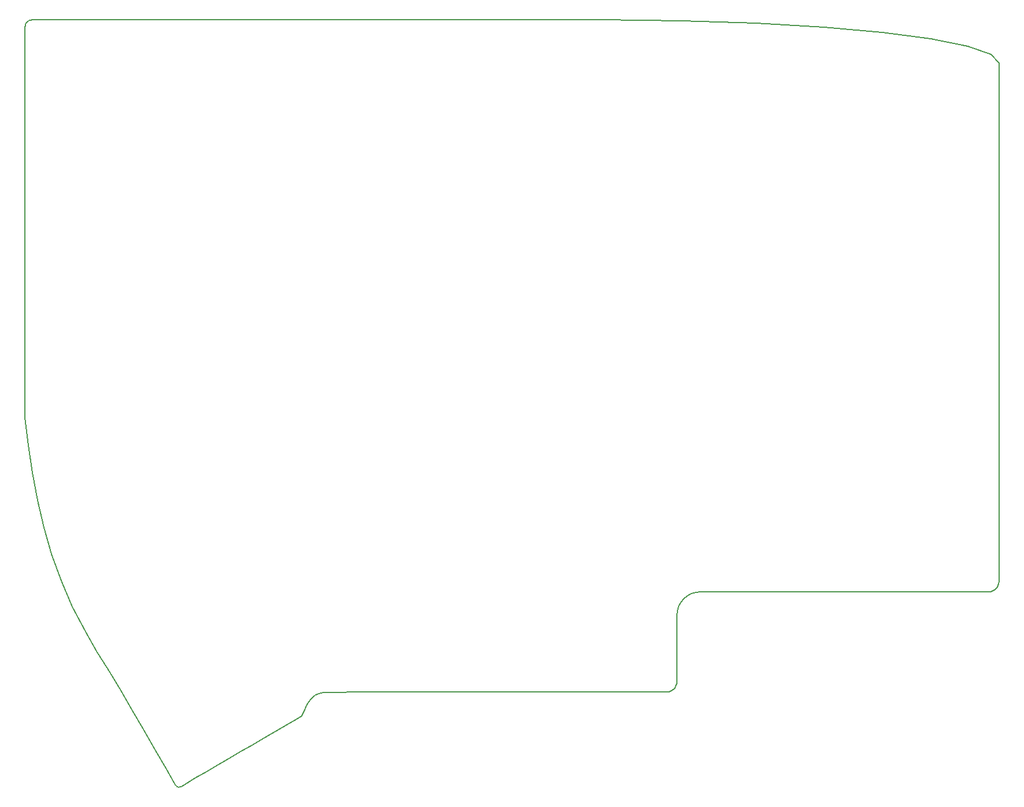
<source format=gm1>
G04 #@! TF.GenerationSoftware,KiCad,Pcbnew,7.0.9*
G04 #@! TF.CreationDate,2023-12-22T01:46:26-05:00*
G04 #@! TF.ProjectId,Lily58_Pro,4c696c79-3538-45f5-9072-6f2e6b696361,rev?*
G04 #@! TF.SameCoordinates,Original*
G04 #@! TF.FileFunction,Profile,NP*
%FSLAX46Y46*%
G04 Gerber Fmt 4.6, Leading zero omitted, Abs format (unit mm)*
G04 Created by KiCad (PCBNEW 7.0.9) date 2023-12-22 01:46:26*
%MOMM*%
%LPD*%
G01*
G04 APERTURE LIST*
G04 #@! TA.AperFunction,Profile*
%ADD10C,0.200000*%
G04 #@! TD*
G04 #@! TA.AperFunction,Profile*
%ADD11C,0.150000*%
G04 #@! TD*
G04 APERTURE END LIST*
D10*
X179861773Y-121387065D02*
X180456326Y-121064561D01*
X125619545Y-37086762D02*
X115211711Y-37086762D01*
X100262836Y-140931049D02*
X101964989Y-143887377D01*
X225460000Y-109808112D02*
X225460000Y-119289735D01*
X124800603Y-136422266D02*
X125318492Y-135995060D01*
X178319348Y-133972851D02*
X178288901Y-134275347D01*
X224798960Y-120533736D02*
X224544152Y-120671952D01*
X208157255Y-120789735D02*
X213424836Y-120789735D01*
X101964989Y-143887377D02*
X103615641Y-146775920D01*
X112835230Y-145166147D02*
X114510925Y-144196008D01*
X156843047Y-37086762D02*
X146435213Y-37086762D01*
X178319348Y-127943854D02*
X178319348Y-129161894D01*
X147341260Y-135467150D02*
X154710782Y-135467150D01*
X85684295Y-111431313D02*
X86827295Y-115310486D01*
X95209295Y-132349730D02*
X96860295Y-135143730D01*
X225020912Y-120350648D02*
X224798960Y-120533736D01*
X189919538Y-37585374D02*
X178989563Y-37215654D01*
X105173811Y-149290554D02*
X105301953Y-149354467D01*
X91780295Y-126634730D02*
X93431295Y-129501049D01*
X94396044Y-37086762D02*
X83988210Y-37086762D01*
X215525697Y-39885159D02*
X208420758Y-38945561D01*
X178319348Y-125507775D02*
X178319348Y-126725814D01*
X123521981Y-138738736D02*
X123338893Y-138960688D01*
X178319348Y-131597973D02*
X178319348Y-133972851D01*
X178989563Y-37215654D02*
X167250881Y-37086762D01*
X225204001Y-120128696D02*
X225020912Y-120350648D01*
X154710782Y-135467150D02*
X162080304Y-135467150D01*
X124050893Y-137534708D02*
X124373397Y-136940155D01*
X139971738Y-135467150D02*
X147341260Y-135467150D01*
X123338893Y-138960688D02*
X123116940Y-139143777D01*
X167250881Y-37086762D02*
X156843047Y-37086762D01*
X178319348Y-124289735D02*
X178319348Y-125507775D01*
X83776462Y-37108075D02*
X83988210Y-37086762D01*
X146435213Y-37086762D02*
X136027379Y-37086762D01*
X177658308Y-135216853D02*
X177403500Y-135355069D01*
X224278471Y-42156190D02*
X220889319Y-40963847D01*
X96860295Y-135143730D02*
X98587142Y-138064730D01*
X202889673Y-120789735D02*
X208157255Y-120789735D01*
X136027379Y-37086762D02*
X125619545Y-37086762D01*
X213424836Y-120789735D02*
X218692418Y-120789735D01*
X123660197Y-138483927D02*
X123521981Y-138738736D01*
X225460000Y-52918378D02*
X225460000Y-62400000D01*
X123784295Y-138202271D02*
X124050893Y-137534708D01*
X180456326Y-121064561D02*
X181113524Y-120860778D01*
X125913045Y-135672556D02*
X126578295Y-135524730D01*
X124373397Y-136940155D02*
X124800603Y-136422266D01*
X83398295Y-99366700D02*
X84033295Y-103393730D01*
X177121844Y-135442404D02*
X176819348Y-135472851D01*
X88224295Y-119192029D02*
X89875295Y-122979432D01*
X197622092Y-120789735D02*
X202889673Y-120789735D01*
X105056778Y-149190906D02*
X105173811Y-149290554D01*
X220889319Y-40963847D02*
X215525697Y-39885159D01*
X218692418Y-120789735D02*
X223959999Y-120789735D01*
X82937528Y-50750629D02*
X82937528Y-44443695D01*
X178319348Y-126725814D02*
X178319348Y-127943854D01*
X178319348Y-129161894D02*
X178319348Y-130379933D01*
X178916678Y-122332160D02*
X179343884Y-121814271D01*
X116186619Y-143225869D02*
X117862313Y-142255730D01*
X104951320Y-149056172D02*
X105056778Y-149190906D01*
X105916241Y-149239778D02*
X107808147Y-148076564D01*
X225460000Y-81363245D02*
X225460000Y-90844867D01*
X225460000Y-62400000D02*
X225460000Y-71881623D01*
X117862313Y-142255730D02*
X123116940Y-139143777D01*
X178288901Y-134275347D02*
X178201565Y-134557003D01*
X224544152Y-120671952D02*
X224262495Y-120759288D01*
X199807654Y-38170488D02*
X189919538Y-37585374D01*
X178390391Y-123583911D02*
X178594174Y-122926713D01*
X208420758Y-38945561D02*
X199807654Y-38170488D01*
X104857908Y-148887001D02*
X104951320Y-149056172D01*
X82937528Y-44443695D02*
X82937528Y-38136762D01*
X224262495Y-120759288D02*
X223959999Y-120789735D01*
X82937528Y-75978362D02*
X82937528Y-69671429D01*
X82937528Y-63364495D02*
X82937528Y-57057562D01*
X178063349Y-134811812D02*
X177880261Y-135033764D01*
X225460000Y-100326490D02*
X225460000Y-109808112D01*
X132602217Y-135467150D02*
X139971738Y-135467150D01*
X93431295Y-129501049D02*
X95209295Y-132349730D01*
X82938210Y-38136762D02*
X82959523Y-37925015D01*
X225460000Y-43436755D02*
X225460000Y-52918378D01*
X86827295Y-115310486D02*
X88224295Y-119192029D01*
X114510925Y-144196008D02*
X116186619Y-143225869D01*
X225460000Y-43436755D02*
X224278471Y-42156190D01*
X82937528Y-57057562D02*
X82937528Y-50750629D01*
X109483841Y-147106425D02*
X111159536Y-146136286D01*
X177880261Y-135033764D02*
X177658308Y-135216853D01*
X98587142Y-138064730D02*
X100262836Y-140931049D01*
X105748347Y-149325300D02*
X105916241Y-149239778D01*
X225460000Y-71881623D02*
X225460000Y-81363245D01*
X83579303Y-37169210D02*
X83776462Y-37108075D01*
X83400937Y-37265961D02*
X83579303Y-37169210D01*
X225342217Y-119873887D02*
X225204001Y-120128696D01*
X104803877Y-37086762D02*
X94396044Y-37086762D01*
X111159536Y-146136286D02*
X112835230Y-145166147D01*
X181819348Y-120789735D02*
X187086929Y-120789735D01*
X187086929Y-120789735D02*
X192354511Y-120789735D01*
X178201565Y-134557003D02*
X178063349Y-134811812D01*
X192354511Y-120789735D02*
X197622092Y-120789735D01*
X181113524Y-120860778D02*
X181819348Y-120789735D01*
X82937528Y-69671429D02*
X82937528Y-63364495D01*
X179343884Y-121814271D02*
X179861773Y-121387065D01*
X83117409Y-37549489D02*
X83245570Y-37394123D01*
X225459999Y-119289735D02*
X225429552Y-119592231D01*
X105301953Y-149354467D02*
X105440735Y-149381996D01*
X177403500Y-135355069D02*
X177121844Y-135442404D01*
X127276067Y-135495519D02*
X132602217Y-135467150D01*
X125318492Y-135995060D02*
X125913045Y-135672556D01*
X82959523Y-37925015D02*
X83020657Y-37727855D01*
X178319348Y-124289735D02*
X178390391Y-123583911D01*
X84795295Y-107426892D02*
X85684295Y-111431313D01*
X107808147Y-148076564D02*
X109483841Y-147106425D01*
X83245570Y-37394123D02*
X83400937Y-37265961D01*
X123784295Y-138202271D02*
X123660197Y-138483927D01*
X115211711Y-37086762D02*
X104803877Y-37086762D01*
X82937777Y-95341456D02*
X83398295Y-99366700D01*
D11*
X82937528Y-75978362D02*
X82937777Y-95341456D01*
D10*
X83020657Y-37727855D02*
X83117409Y-37549489D01*
X105589689Y-149372490D02*
X105748347Y-149325300D01*
X162080304Y-135467150D02*
X176819348Y-135472851D01*
X84033295Y-103393730D02*
X84795295Y-107426892D01*
X105440735Y-149381996D02*
X105589689Y-149372490D01*
X89875295Y-122979432D02*
X91780295Y-126634730D01*
X225429552Y-119592231D02*
X225342217Y-119873887D01*
X225460000Y-90844867D02*
X225460000Y-100326490D01*
X178594174Y-122926713D02*
X178916678Y-122332160D01*
X103615641Y-146775920D02*
X104857908Y-148887001D01*
X178319348Y-130379933D02*
X178319348Y-131597973D01*
X126578295Y-135524730D02*
X127276067Y-135495519D01*
M02*

</source>
